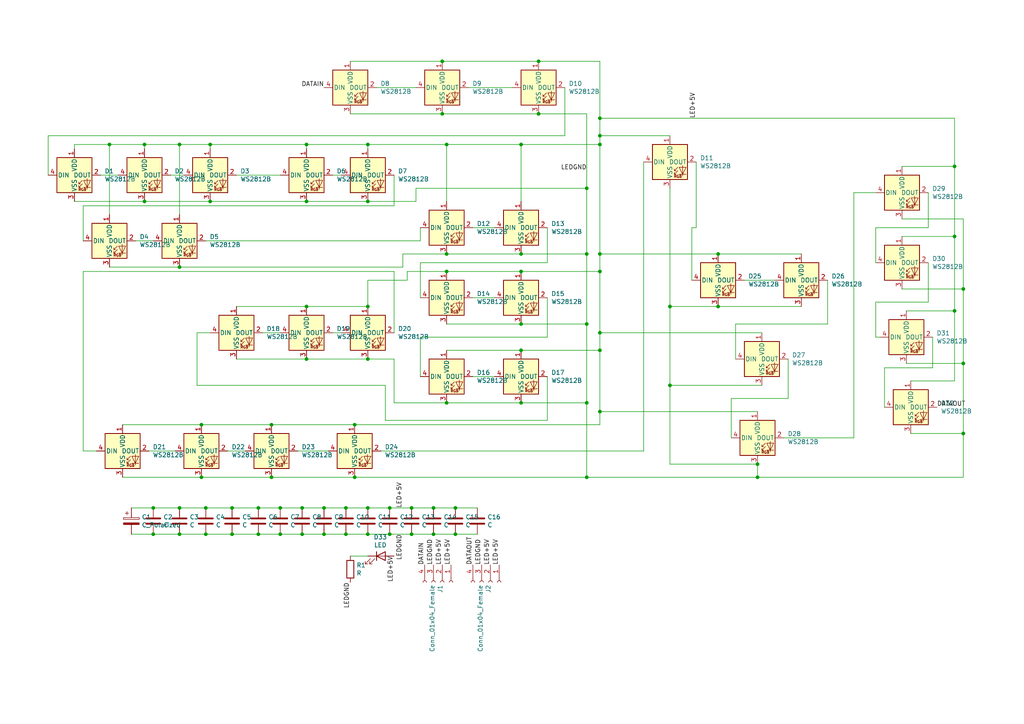
<source format=kicad_sch>
(kicad_sch (version 20211123) (generator eeschema)
  (paper "A4")
  (lib_symbols
    (symbol "Connector:Conn_01x04_Female" (pin_names (offset 1.016) hide)
      (property "Reference" "J" (at 0 5.08 0))
      (property "Value" "Conn_01x04_Female" (at 0 -7.62 0))
      (symbol "Conn_01x04_Female_1_1"
        (arc (start 0 -4.572) (mid -0.508 -5.08) (end 0 -5.588) (stroke (width 0.1524)))
        (arc (start 0 -2.032) (mid -0.508 -2.54) (end 0 -3.048) (stroke (width 0.1524)))
        (polyline (pts (xy -1.27 -5.08) (xy -0.508 -5.08)) (stroke (width 0.1524)))
        (polyline (pts (xy -1.27 -2.54) (xy -0.508 -2.54)) (stroke (width 0.1524)))
        (polyline (pts (xy -1.27 0) (xy -0.508 0)) (stroke (width 0.1524)))
        (polyline (pts (xy -1.27 2.54) (xy -0.508 2.54)) (stroke (width 0.1524)))
        (arc (start 0 0.508) (mid -0.508 0) (end 0 -0.508) (stroke (width 0.1524)))
        (arc (start 0 3.048) (mid -0.508 2.54) (end 0 2.032) (stroke (width 0.1524)))
        (pin passive line (at -5.08 2.54 0) (length 3.81) (name "Pin_1") (number "1"))
        (pin passive line (at -5.08 0 0) (length 3.81) (name "Pin_2") (number "2"))
        (pin passive line (at -5.08 -2.54 0) (length 3.81) (name "Pin_3") (number "3"))
        (pin passive line (at -5.08 -5.08 0) (length 3.81) (name "Pin_4") (number "4"))
      )
    )
    (symbol "Device:C" (pin_numbers hide) (pin_names (offset 0.254))
      (property "Reference" "C" (at 0.635 2.54 0))
      (property "Value" "C" (at 0.635 -2.54 0))
      (symbol "C_0_1"
        (polyline (pts (xy -2.032 -0.762) (xy 2.032 -0.762)) (stroke (width 0.508)))
        (polyline (pts (xy -2.032 0.762) (xy 2.032 0.762)) (stroke (width 0.508)))
      )
      (symbol "C_1_1"
        (pin passive line (at 0 3.81 270) (length 2.794) (name "~") (number "1"))
        (pin passive line (at 0 -3.81 90) (length 2.794) (name "~") (number "2"))
      )
    )
    (symbol "Device:LED" (pin_numbers hide) (pin_names (offset 1.016) hide)
      (property "Reference" "D" (at 0 2.54 0))
      (property "Value" "LED" (at 0 -2.54 0))
      (symbol "LED_0_1"
        (polyline (pts (xy -1.27 -1.27) (xy -1.27 1.27)) (stroke (width 0.254)))
        (polyline (pts (xy -1.27 0) (xy 1.27 0)))
        (polyline (pts (xy 1.27 -1.27) (xy 1.27 1.27) (xy -1.27 0) (xy 1.27 -1.27)) (stroke (width 0.254)))
        (polyline (pts (xy -3.048 -0.762) (xy -4.572 -2.286) (xy -3.81 -2.286) (xy -4.572 -2.286) (xy -4.572 -1.524)))
        (polyline (pts (xy -1.778 -0.762) (xy -3.302 -2.286) (xy -2.54 -2.286) (xy -3.302 -2.286) (xy -3.302 -1.524)))
      )
      (symbol "LED_1_1"
        (pin passive line (at -3.81 0 0) (length 2.54) (name "K") (number "1"))
        (pin passive line (at 3.81 0 180) (length 2.54) (name "A") (number "2"))
      )
    )
    (symbol "Device:R" (pin_numbers hide) (pin_names (offset 0))
      (property "Reference" "R" (at 2.032 0 90))
      (property "Value" "R" (at 0 0 90))
      (symbol "R_0_1"
        (rectangle (start -1.016 -2.54) (end 1.016 2.54) (stroke (width 0.254)))
      )
      (symbol "R_1_1"
        (pin passive line (at 0 3.81 270) (length 1.27) (name "~") (number "1"))
        (pin passive line (at 0 -3.81 90) (length 1.27) (name "~") (number "2"))
      )
    )
    (symbol "Fuel-Panel-PCB-V2-rescue:C_Polarized-Device-Fuel-Panel-PCB-V1-rescue" (pin_numbers hide) (pin_names (offset 0.254))
      (property "Reference" "C" (at 0.635 2.54 0))
      (property "Value" "C_Polarized-Device-Fuel-Panel-PCB-V1-rescue" (at 0.635 -2.54 0))
      (symbol "C_Polarized-Device-Fuel-Panel-PCB-V1-rescue_0_1"
        (rectangle (start -2.286 0.508) (end 2.286 1.016))
        (polyline (pts (xy -1.778 2.286) (xy -0.762 2.286)))
        (polyline (pts (xy -1.27 2.794) (xy -1.27 1.778)))
        (rectangle (start 2.286 -0.508) (end -2.286 -1.016) (fill (type outline)))
      )
      (symbol "C_Polarized-Device-Fuel-Panel-PCB-V1-rescue_1_1"
        (pin passive line (at 0 3.81 270) (length 2.794) (name "~") (number "1"))
        (pin passive line (at 0 -3.81 90) (length 2.794) (name "~") (number "2"))
      )
    )
    (symbol "LED:WS2812B" (pin_names (offset 0.254))
      (property "Reference" "D" (at 5.08 5.715 0))
      (property "Value" "WS2812B" (at 1.27 -5.715 0))
      (symbol "WS2812B_0_0"
        (text "RGB" (at 2.286 -4.191 0) (effects (font (size 0.762 0.762))))
      )
      (symbol "WS2812B_0_1"
        (polyline (pts (xy 1.27 -3.556) (xy 1.778 -3.556)))
        (polyline (pts (xy 1.27 -2.54) (xy 1.778 -2.54)))
        (polyline (pts (xy 4.699 -3.556) (xy 2.667 -3.556)))
        (polyline (pts (xy 2.286 -2.54) (xy 1.27 -3.556) (xy 1.27 -3.048)))
        (polyline (pts (xy 2.286 -1.524) (xy 1.27 -2.54) (xy 1.27 -2.032)))
        (polyline (pts (xy 3.683 -1.016) (xy 3.683 -3.556) (xy 3.683 -4.064)))
        (polyline (pts (xy 4.699 -1.524) (xy 2.667 -1.524) (xy 3.683 -3.556) (xy 4.699 -1.524)))
        (rectangle (start 5.08 5.08) (end -5.08 -5.08) (stroke (width 0.254)) (fill (type background)))
      )
      (symbol "WS2812B_1_1"
        (pin power_in line (at 0 7.62 270) (length 2.54) (name "VDD") (number "1"))
        (pin output line (at 7.62 0 180) (length 2.54) (name "DOUT") (number "2"))
        (pin power_in line (at 0 -7.62 90) (length 2.54) (name "VSS") (number "3"))
        (pin input line (at -7.62 0 0) (length 2.54) (name "DIN") (number "4"))
      )
    )
  )
  (junction (at 60.96 41.91))
  (junction (at 173.99 34.29))
  (junction (at 151.13 93.98))
  (junction (at 151.13 101.6))
  (junction (at 276.86 90.17))
  (junction (at 52.07 154.94))
  (junction (at 128.27 17.78))
  (junction (at 44.45 147.32))
  (junction (at 113.03 154.94))
  (junction (at 170.18 138.43))
  (junction (at 67.31 154.94))
  (junction (at 170.18 54.61))
  (junction (at 102.87 123.19))
  (junction (at 41.91 41.91))
  (junction (at 58.42 138.43))
  (junction (at 219.71 134.62))
  (junction (at 119.38 154.94))
  (junction (at 60.96 58.42))
  (junction (at 173.99 96.52))
  (junction (at 208.28 73.66))
  (junction (at 113.03 147.32))
  (junction (at 59.69 154.94))
  (junction (at 170.18 116.84))
  (junction (at 59.69 147.32))
  (junction (at 170.18 73.66))
  (junction (at 156.21 17.78))
  (junction (at 87.63 147.32))
  (junction (at 81.28 154.94))
  (junction (at 44.45 154.94))
  (junction (at 106.68 58.42))
  (junction (at 279.4 83.82))
  (junction (at 78.74 138.43))
  (junction (at 208.28 88.9))
  (junction (at 93.98 154.94))
  (junction (at 151.13 41.91))
  (junction (at 81.28 147.32))
  (junction (at 52.07 147.32))
  (junction (at 129.54 116.84))
  (junction (at 102.87 138.43))
  (junction (at 173.99 78.74))
  (junction (at 132.08 154.94))
  (junction (at 279.4 125.73))
  (junction (at 194.31 111.76))
  (junction (at 106.68 88.9))
  (junction (at 52.07 77.47))
  (junction (at 88.9 88.9))
  (junction (at 132.08 147.32))
  (junction (at 52.07 41.91))
  (junction (at 173.99 119.38))
  (junction (at 88.9 41.91))
  (junction (at 100.33 154.94))
  (junction (at 106.68 104.14))
  (junction (at 276.86 48.26))
  (junction (at 87.63 154.94))
  (junction (at 41.91 58.42))
  (junction (at 173.99 41.91))
  (junction (at 106.68 147.32))
  (junction (at 74.93 147.32))
  (junction (at 125.73 154.94))
  (junction (at 93.98 147.32))
  (junction (at 106.68 41.91))
  (junction (at 173.99 73.66))
  (junction (at 151.13 116.84))
  (junction (at 276.86 68.58))
  (junction (at 119.38 147.32))
  (junction (at 100.33 147.32))
  (junction (at 129.54 78.74))
  (junction (at 151.13 73.66))
  (junction (at 156.21 33.02))
  (junction (at 88.9 58.42))
  (junction (at 129.54 41.91))
  (junction (at 279.4 105.41))
  (junction (at 173.99 101.6))
  (junction (at 128.27 33.02))
  (junction (at 88.9 104.14))
  (junction (at 106.68 154.94))
  (junction (at 151.13 78.74))
  (junction (at 78.74 123.19))
  (junction (at 67.31 147.32))
  (junction (at 173.99 39.37))
  (junction (at 31.75 41.91))
  (junction (at 194.31 88.9))
  (junction (at 170.18 93.98))
  (junction (at 74.93 154.94))
  (junction (at 129.54 73.66))
  (junction (at 125.73 147.32))
  (junction (at 58.42 123.19))
  (junction (at 219.71 138.43))
  (wire (pts (xy 41.91 43.18) (xy 41.91 41.91)))
  (wire (pts (xy 170.18 54.61) (xy 170.18 73.66)))
  (wire (pts (xy 158.75 66.04) (xy 158.75 76.2)))
  (wire (pts (xy 129.54 73.66) (xy 151.13 73.66)))
  (wire (pts (xy 173.99 96.52) (xy 173.99 101.6)))
  (wire (pts (xy 220.98 96.52) (xy 173.99 96.52)))
  (wire (pts (xy 129.54 41.91) (xy 151.13 41.91)))
  (wire (pts (xy 41.91 41.91) (xy 52.07 41.91)))
  (wire (pts (xy 212.09 115.57) (xy 212.09 127)))
  (wire (pts (xy 106.68 88.9) (xy 106.68 81.28)))
  (wire (pts (xy 67.31 147.32) (xy 74.93 147.32)))
  (wire (pts (xy 279.4 63.5) (xy 279.4 83.82)))
  (wire (pts (xy 276.86 34.29) (xy 276.86 48.26)))
  (wire (pts (xy 276.86 34.29) (xy 173.99 34.29)))
  (wire (pts (xy 100.33 147.32) (xy 106.68 147.32)))
  (wire (pts (xy 74.93 147.32) (xy 81.28 147.32)))
  (wire (pts (xy 262.89 105.41) (xy 279.4 105.41)))
  (wire (pts (xy 76.2 96.52) (xy 81.28 96.52)))
  (wire (pts (xy 86.36 130.81) (xy 95.25 130.81)))
  (wire (pts (xy 88.9 43.18) (xy 88.9 41.91)))
  (wire (pts (xy 170.18 73.66) (xy 170.18 93.98)))
  (wire (pts (xy 276.86 90.17) (xy 276.86 110.49)))
  (wire (pts (xy 264.16 125.73) (xy 279.4 125.73)))
  (wire (pts (xy 194.31 39.37) (xy 173.99 39.37)))
  (wire (pts (xy 200.66 66.04) (xy 200.66 81.28)))
  (wire (pts (xy 114.3 59.69) (xy 114.3 50.8)))
  (wire (pts (xy 129.54 116.84) (xy 151.13 116.84)))
  (wire (pts (xy 151.13 93.98) (xy 170.18 93.98)))
  (wire (pts (xy 78.74 138.43) (xy 102.87 138.43)))
  (wire (pts (xy 60.96 43.18) (xy 60.96 41.91)))
  (wire (pts (xy 151.13 41.91) (xy 173.99 41.91)))
  (wire (pts (xy 261.62 83.82) (xy 279.4 83.82)))
  (wire (pts (xy 137.16 86.36) (xy 143.51 86.36)))
  (wire (pts (xy 261.62 63.5) (xy 279.4 63.5)))
  (wire (pts (xy 151.13 101.6) (xy 173.99 101.6)))
  (wire (pts (xy 116.84 73.66) (xy 129.54 73.66)))
  (wire (pts (xy 38.1 154.94) (xy 44.45 154.94)))
  (wire (pts (xy 66.04 130.81) (xy 71.12 130.81)))
  (wire (pts (xy 194.31 88.9) (xy 194.31 111.76)))
  (wire (pts (xy 269.24 87.63) (xy 254 87.63)))
  (wire (pts (xy 39.37 69.85) (xy 44.45 69.85)))
  (wire (pts (xy 219.71 134.62) (xy 194.31 134.62)))
  (wire (pts (xy 163.83 39.37) (xy 13.97 39.37)))
  (wire (pts (xy 52.07 77.47) (xy 116.84 77.47)))
  (wire (pts (xy 96.52 96.52) (xy 99.06 96.52)))
  (wire (pts (xy 173.99 119.38) (xy 173.99 123.19)))
  (wire (pts (xy 68.58 88.9) (xy 88.9 88.9)))
  (wire (pts (xy 132.08 154.94) (xy 138.43 154.94)))
  (wire (pts (xy 137.16 66.04) (xy 143.51 66.04)))
  (wire (pts (xy 49.53 50.8) (xy 53.34 50.8)))
  (wire (pts (xy 158.75 86.36) (xy 158.75 97.79)))
  (wire (pts (xy 240.03 81.28) (xy 240.03 93.98)))
  (wire (pts (xy 173.99 39.37) (xy 173.99 41.91)))
  (wire (pts (xy 201.93 66.04) (xy 200.66 66.04)))
  (wire (pts (xy 52.07 62.23) (xy 52.07 41.91)))
  (wire (pts (xy 106.68 43.18) (xy 106.68 41.91)))
  (wire (pts (xy 247.65 55.88) (xy 254 55.88)))
  (wire (pts (xy 119.38 147.32) (xy 125.73 147.32)))
  (wire (pts (xy 213.36 93.98) (xy 213.36 104.14)))
  (wire (pts (xy 101.6 17.78) (xy 128.27 17.78)))
  (wire (pts (xy 128.27 17.78) (xy 156.21 17.78)))
  (wire (pts (xy 269.24 66.04) (xy 254 66.04)))
  (wire (pts (xy 156.21 33.02) (xy 170.18 33.02)))
  (wire (pts (xy 59.69 147.32) (xy 67.31 147.32)))
  (wire (pts (xy 29.21 50.8) (xy 34.29 50.8)))
  (wire (pts (xy 106.68 41.91) (xy 129.54 41.91)))
  (wire (pts (xy 114.3 116.84) (xy 129.54 116.84)))
  (wire (pts (xy 125.73 154.94) (xy 132.08 154.94)))
  (wire (pts (xy 173.99 34.29) (xy 173.99 39.37)))
  (wire (pts (xy 68.58 104.14) (xy 88.9 104.14)))
  (wire (pts (xy 41.91 58.42) (xy 60.96 58.42)))
  (wire (pts (xy 87.63 154.94) (xy 93.98 154.94)))
  (wire (pts (xy 129.54 58.42) (xy 129.54 41.91)))
  (wire (pts (xy 132.08 147.32) (xy 138.43 147.32)))
  (wire (pts (xy 58.42 138.43) (xy 78.74 138.43)))
  (wire (pts (xy 68.58 50.8) (xy 81.28 50.8)))
  (wire (pts (xy 118.11 81.28) (xy 118.11 78.74)))
  (wire (pts (xy 121.92 69.85) (xy 121.92 66.04)))
  (wire (pts (xy 88.9 88.9) (xy 106.68 88.9)))
  (wire (pts (xy 129.54 78.74) (xy 151.13 78.74)))
  (wire (pts (xy 24.13 59.69) (xy 24.13 69.85)))
  (wire (pts (xy 88.9 58.42) (xy 106.68 58.42)))
  (wire (pts (xy 227.33 127) (xy 247.65 127)))
  (wire (pts (xy 119.38 154.94) (xy 125.73 154.94)))
  (wire (pts (xy 170.18 33.02) (xy 170.18 54.61)))
  (wire (pts (xy 228.6 104.14) (xy 228.6 115.57)))
  (wire (pts (xy 219.71 134.62) (xy 219.71 138.43)))
  (wire (pts (xy 208.28 73.66) (xy 173.99 73.66)))
  (wire (pts (xy 113.03 147.32) (xy 119.38 147.32)))
  (wire (pts (xy 151.13 73.66) (xy 170.18 73.66)))
  (wire (pts (xy 111.76 111.76) (xy 57.15 111.76)))
  (wire (pts (xy 247.65 127) (xy 247.65 55.88)))
  (wire (pts (xy 125.73 147.32) (xy 132.08 147.32)))
  (wire (pts (xy 31.75 77.47) (xy 52.07 77.47)))
  (wire (pts (xy 118.11 78.74) (xy 129.54 78.74)))
  (wire (pts (xy 106.68 161.29) (xy 101.6 161.29)))
  (wire (pts (xy 135.89 25.4) (xy 148.59 25.4)))
  (wire (pts (xy 58.42 123.19) (xy 78.74 123.19)))
  (wire (pts (xy 114.3 104.14) (xy 114.3 116.84)))
  (wire (pts (xy 24.13 59.69) (xy 114.3 59.69)))
  (wire (pts (xy 170.18 116.84) (xy 170.18 138.43)))
  (wire (pts (xy 156.21 17.78) (xy 173.99 17.78)))
  (wire (pts (xy 102.87 138.43) (xy 170.18 138.43)))
  (wire (pts (xy 116.84 77.47) (xy 116.84 73.66)))
  (wire (pts (xy 151.13 116.84) (xy 170.18 116.84)))
  (wire (pts (xy 21.59 58.42) (xy 41.91 58.42)))
  (wire (pts (xy 59.69 154.94) (xy 67.31 154.94)))
  (wire (pts (xy 88.9 104.14) (xy 106.68 104.14)))
  (wire (pts (xy 78.74 123.19) (xy 102.87 123.19)))
  (wire (pts (xy 57.15 111.76) (xy 57.15 96.52)))
  (wire (pts (xy 173.99 73.66) (xy 173.99 78.74)))
  (wire (pts (xy 279.4 125.73) (xy 279.4 138.43)))
  (wire (pts (xy 96.52 50.8) (xy 99.06 50.8)))
  (wire (pts (xy 262.89 90.17) (xy 276.86 90.17)))
  (wire (pts (xy 173.99 78.74) (xy 173.99 96.52)))
  (wire (pts (xy 215.9 81.28) (xy 224.79 81.28)))
  (wire (pts (xy 35.56 123.19) (xy 58.42 123.19)))
  (wire (pts (xy 279.4 83.82) (xy 279.4 105.41)))
  (wire (pts (xy 109.22 25.4) (xy 120.65 25.4)))
  (wire (pts (xy 219.71 138.43) (xy 170.18 138.43)))
  (wire (pts (xy 170.18 93.98) (xy 170.18 116.84)))
  (wire (pts (xy 106.68 58.42) (xy 120.65 58.42)))
  (wire (pts (xy 158.75 121.92) (xy 111.76 121.92)))
  (wire (pts (xy 137.16 109.22) (xy 143.51 109.22)))
  (wire (pts (xy 270.51 97.79) (xy 270.51 106.68)))
  (wire (pts (xy 21.59 41.91) (xy 21.59 43.18)))
  (wire (pts (xy 102.87 123.19) (xy 173.99 123.19)))
  (wire (pts (xy 106.68 147.32) (xy 113.03 147.32)))
  (wire (pts (xy 35.56 138.43) (xy 58.42 138.43)))
  (wire (pts (xy 52.07 147.32) (xy 59.69 147.32)))
  (wire (pts (xy 173.99 41.91) (xy 173.99 73.66)))
  (wire (pts (xy 52.07 154.94) (xy 59.69 154.94)))
  (wire (pts (xy 219.71 119.38) (xy 173.99 119.38)))
  (wire (pts (xy 81.28 154.94) (xy 87.63 154.94)))
  (wire (pts (xy 173.99 101.6) (xy 173.99 119.38)))
  (wire (pts (xy 120.65 58.42) (xy 120.65 54.61)))
  (wire (pts (xy 232.41 88.9) (xy 208.28 88.9)))
  (wire (pts (xy 254 87.63) (xy 254 97.79)))
  (wire (pts (xy 88.9 41.91) (xy 106.68 41.91)))
  (wire (pts (xy 31.75 41.91) (xy 41.91 41.91)))
  (wire (pts (xy 101.6 33.02) (xy 128.27 33.02)))
  (wire (pts (xy 43.18 130.81) (xy 50.8 130.81)))
  (wire (pts (xy 269.24 76.2) (xy 269.24 87.63)))
  (wire (pts (xy 151.13 58.42) (xy 151.13 41.91)))
  (wire (pts (xy 60.96 41.91) (xy 88.9 41.91)))
  (wire (pts (xy 129.54 101.6) (xy 151.13 101.6)))
  (wire (pts (xy 158.75 109.22) (xy 158.75 121.92)))
  (wire (pts (xy 44.45 147.32) (xy 52.07 147.32)))
  (wire (pts (xy 21.59 41.91) (xy 31.75 41.91)))
  (wire (pts (xy 269.24 55.88) (xy 269.24 66.04)))
  (wire (pts (xy 24.13 78.74) (xy 114.3 78.74)))
  (wire (pts (xy 31.75 62.23) (xy 31.75 41.91)))
  (wire (pts (xy 254 97.79) (xy 255.27 97.79)))
  (wire (pts (xy 44.45 154.94) (xy 52.07 154.94)))
  (wire (pts (xy 254 66.04) (xy 254 76.2)))
  (wire (pts (xy 106.68 154.94) (xy 113.03 154.94)))
  (wire (pts (xy 256.54 106.68) (xy 256.54 118.11)))
  (wire (pts (xy 110.49 130.81) (xy 186.69 130.81)))
  (wire (pts (xy 173.99 17.78) (xy 173.99 34.29)))
  (wire (pts (xy 111.76 121.92) (xy 111.76 111.76)))
  (wire (pts (xy 57.15 96.52) (xy 60.96 96.52)))
  (wire (pts (xy 261.62 68.58) (xy 276.86 68.58)))
  (wire (pts (xy 24.13 78.74) (xy 24.13 130.81)))
  (wire (pts (xy 120.65 54.61) (xy 170.18 54.61)))
  (wire (pts (xy 194.31 54.61) (xy 194.31 88.9)))
  (wire (pts (xy 121.92 97.79) (xy 121.92 109.22)))
  (wire (pts (xy 129.54 93.98) (xy 151.13 93.98)))
  (wire (pts (xy 100.33 154.94) (xy 106.68 154.94)))
  (wire (pts (xy 52.07 41.91) (xy 60.96 41.91)))
  (wire (pts (xy 208.28 88.9) (xy 194.31 88.9)))
  (wire (pts (xy 44.45 147.32) (xy 38.1 147.32)))
  (wire (pts (xy 279.4 138.43) (xy 219.71 138.43)))
  (wire (pts (xy 24.13 130.81) (xy 27.94 130.81)))
  (wire (pts (xy 220.98 111.76) (xy 194.31 111.76)))
  (wire (pts (xy 87.63 147.32) (xy 93.98 147.32)))
  (wire (pts (xy 106.68 104.14) (xy 114.3 104.14)))
  (wire (pts (xy 151.13 78.74) (xy 173.99 78.74)))
  (wire (pts (xy 228.6 115.57) (xy 212.09 115.57)))
  (wire (pts (xy 81.28 147.32) (xy 87.63 147.32)))
  (wire (pts (xy 13.97 39.37) (xy 13.97 50.8)))
  (wire (pts (xy 113.03 154.94) (xy 119.38 154.94)))
  (wire (pts (xy 74.93 154.94) (xy 81.28 154.94)))
  (wire (pts (xy 186.69 130.81) (xy 186.69 46.99)))
  (wire (pts (xy 264.16 110.49) (xy 276.86 110.49)))
  (wire (pts (xy 128.27 33.02) (xy 156.21 33.02)))
  (wire (pts (xy 270.51 106.68) (xy 256.54 106.68)))
  (wire (pts (xy 93.98 147.32) (xy 100.33 147.32)))
  (wire (pts (xy 114.3 96.52) (xy 114.3 78.74)))
  (wire (pts (xy 106.68 81.28) (xy 118.11 81.28)))
  (wire (pts (xy 60.96 58.42) (xy 88.9 58.42)))
  (wire (pts (xy 121.92 76.2) (xy 121.92 86.36)))
  (wire (pts (xy 276.86 68.58) (xy 276.86 90.17)))
  (wire (pts (xy 158.75 76.2) (xy 121.92 76.2)))
  (wire (pts (xy 59.69 69.85) (xy 121.92 69.85)))
  (wire (pts (xy 67.31 154.94) (xy 74.93 154.94)))
  (wire (pts (xy 240.03 93.98) (xy 213.36 93.98)))
  (wire (pts (xy 276.86 48.26) (xy 276.86 68.58)))
  (wire (pts (xy 279.4 105.41) (xy 279.4 125.73)))
  (wire (pts (xy 163.83 25.4) (xy 163.83 39.37)))
  (wire (pts (xy 201.93 46.99) (xy 201.93 66.04)))
  (wire (pts (xy 93.98 154.94) (xy 100.33 154.94)))
  (wire (pts (xy 232.41 73.66) (xy 208.28 73.66)))
  (wire (pts (xy 261.62 48.26) (xy 276.86 48.26)))
  (wire (pts (xy 194.31 111.76) (xy 194.31 134.62)))
  (wire (pts (xy 158.75 97.79) (xy 121.92 97.79)))
  (label "LED+5V" (at 130.81 163.83 90))
  (label "DATAIN" (at 123.19 163.83 90))
  (label "LEDGND" (at 170.18 49.53 180))
  (label "DATAOUT" (at 271.78 118.11 0))
  (label "LED+5V" (at 201.93 34.29 90))
  (label "LED+5V" (at 114.3 161.29 270))
  (label "LEDGND" (at 101.6 168.91 270))
  (label "DATAIN" (at 93.98 25.4 180))
  (label "LED+5V" (at 142.24 163.83 90))
  (label "LED+5V" (at 144.78 163.83 90))
  (label "LED+5V" (at 128.27 163.83 90))
  (label "LEDGND" (at 139.7 163.83 90))
  (label "LED+5V" (at 116.84 147.32 90))
  (label "DATAOUT" (at 137.16 163.83 90))
  (label "LEDGND" (at 116.84 154.94 270))
  (label "LEDGND" (at 125.73 163.83 90))
  (symbol (lib_id "LED:WS2812B") (at 101.6 25.4 0) (unit 1)
    (property "Reference" "D8" (at 110.3376 24.2316 0) (effects (justify left)))
    (property "Value" "WS2812B" (at 110.3376 26.543 0) (effects (justify left)))
    (property "Footprint" "OH_Footprints:LED_WS2812B_PLCC4_5.0x5.0mm_P3.2mm" (effects hide))
    (property "Datasheet" "https://cdn-shop.adafruit.com/datasheets/WS2812B.pdf" (effects hide))
  )
  (symbol (lib_id "LED:WS2812B") (at 128.27 25.4 0) (unit 1)
    (property "Reference" "D9" (at 137.0076 24.2316 0) (effects (justify left)))
    (property "Value" "WS2812B" (at 137.0076 26.543 0) (effects (justify left)))
    (property "Footprint" "OH_Footprints:LED_WS2812B_PLCC4_5.0x5.0mm_P3.2mm" (effects hide))
    (property "Datasheet" "https://cdn-shop.adafruit.com/datasheets/WS2812B.pdf" (effects hide))
  )
  (symbol (lib_id "LED:WS2812B") (at 156.21 25.4 0) (unit 1)
    (property "Reference" "D10" (at 164.9476 24.2316 0) (effects (justify left)))
    (property "Value" "WS2812B" (at 164.9476 26.543 0) (effects (justify left)))
    (property "Footprint" "OH_Footprints:LED_WS2812B_PLCC4_5.0x5.0mm_P3.2mm" (effects hide))
    (property "Datasheet" "https://cdn-shop.adafruit.com/datasheets/WS2812B.pdf" (effects hide))
  )
  (symbol (lib_id "LED:WS2812B") (at 88.9 50.8 0) (unit 1)
    (property "Reference" "D6" (at 97.6376 49.6316 0) (effects (justify left)))
    (property "Value" "WS2812B" (at 97.6376 51.943 0) (effects (justify left)))
    (property "Footprint" "OH_Footprints:LED_WS2812B_PLCC4_5.0x5.0mm_P3.2mm" (effects hide))
    (property "Datasheet" "https://cdn-shop.adafruit.com/datasheets/WS2812B.pdf" (effects hide))
  )
  (symbol (lib_id "LED:WS2812B") (at 106.68 50.8 0) (unit 1)
    (property "Reference" "D7" (at 115.4176 49.6316 0) (effects (justify left)))
    (property "Value" "WS2812B" (at 115.4176 51.943 0) (effects (justify left)))
    (property "Footprint" "OH_Footprints:LED_WS2812B_PLCC4_5.0x5.0mm_P3.2mm" (effects hide))
    (property "Datasheet" "https://cdn-shop.adafruit.com/datasheets/WS2812B.pdf" (effects hide))
  )
  (symbol (lib_id "LED:WS2812B") (at 194.31 46.99 0) (unit 1)
    (property "Reference" "D11" (at 203.0476 45.8216 0) (effects (justify left)))
    (property "Value" "WS2812B" (at 203.0476 48.133 0) (effects (justify left)))
    (property "Footprint" "OH_Footprints:LED_WS2812B_PLCC4_5.0x5.0mm_P3.2mm" (effects hide))
    (property "Datasheet" "https://cdn-shop.adafruit.com/datasheets/WS2812B.pdf" (effects hide))
  )
  (symbol (lib_id "LED:WS2812B") (at 129.54 66.04 0) (unit 1)
    (property "Reference" "D12" (at 138.2776 64.8716 0) (effects (justify left)))
    (property "Value" "WS2812B" (at 138.2776 67.183 0) (effects (justify left)))
    (property "Footprint" "OH_Footprints:LED_WS2812B_PLCC4_5.0x5.0mm_P3.2mm" (effects hide))
    (property "Datasheet" "https://cdn-shop.adafruit.com/datasheets/WS2812B.pdf" (effects hide))
  )
  (symbol (lib_id "LED:WS2812B") (at 151.13 66.04 0) (unit 1)
    (property "Reference" "D13" (at 159.8676 64.8716 0) (effects (justify left)))
    (property "Value" "WS2812B" (at 159.8676 67.183 0) (effects (justify left)))
    (property "Footprint" "OH_Footprints:LED_WS2812B_PLCC4_5.0x5.0mm_P3.2mm" (effects hide))
    (property "Datasheet" "https://cdn-shop.adafruit.com/datasheets/WS2812B.pdf" (effects hide))
  )
  (symbol (lib_id "LED:WS2812B") (at 129.54 86.36 0) (unit 1)
    (property "Reference" "D14" (at 138.2776 85.1916 0) (effects (justify left)))
    (property "Value" "WS2812B" (at 138.2776 87.503 0) (effects (justify left)))
    (property "Footprint" "OH_Footprints:LED_WS2812B_PLCC4_5.0x5.0mm_P3.2mm" (effects hide))
    (property "Datasheet" "https://cdn-shop.adafruit.com/datasheets/WS2812B.pdf" (effects hide))
  )
  (symbol (lib_id "LED:WS2812B") (at 151.13 86.36 0) (unit 1)
    (property "Reference" "D15" (at 159.8676 85.1916 0) (effects (justify left)))
    (property "Value" "WS2812B" (at 159.8676 87.503 0) (effects (justify left)))
    (property "Footprint" "OH_Footprints:LED_WS2812B_PLCC4_5.0x5.0mm_P3.2mm" (effects hide))
    (property "Datasheet" "https://cdn-shop.adafruit.com/datasheets/WS2812B.pdf" (effects hide))
  )
  (symbol (lib_id "LED:WS2812B") (at 129.54 109.22 0) (unit 1)
    (property "Reference" "D16" (at 138.2776 108.0516 0) (effects (justify left)))
    (property "Value" "WS2812B" (at 138.2776 110.363 0) (effects (justify left)))
    (property "Footprint" "OH_Footprints:LED_WS2812B_PLCC4_5.0x5.0mm_P3.2mm" (effects hide))
    (property "Datasheet" "https://cdn-shop.adafruit.com/datasheets/WS2812B.pdf" (effects hide))
  )
  (symbol (lib_id "LED:WS2812B") (at 151.13 109.22 0) (unit 1)
    (property "Reference" "D17" (at 159.8676 108.0516 0) (effects (justify left)))
    (property "Value" "WS2812B" (at 159.8676 110.363 0) (effects (justify left)))
    (property "Footprint" "OH_Footprints:LED_WS2812B_PLCC4_5.0x5.0mm_P3.2mm" (effects hide))
    (property "Datasheet" "https://cdn-shop.adafruit.com/datasheets/WS2812B.pdf" (effects hide))
  )
  (symbol (lib_id "LED:WS2812B") (at 21.59 50.8 0) (unit 1)
    (property "Reference" "D1" (at 30.3276 49.6316 0) (effects (justify left)))
    (property "Value" "WS2812B" (at 30.3276 51.943 0) (effects (justify left)))
    (property "Footprint" "OH_Footprints:LED_WS2812B_PLCC4_5.0x5.0mm_P3.2mm" (effects hide))
    (property "Datasheet" "https://cdn-shop.adafruit.com/datasheets/WS2812B.pdf" (effects hide))
  )
  (symbol (lib_id "LED:WS2812B") (at 41.91 50.8 0) (unit 1)
    (property "Reference" "D2" (at 50.6476 49.6316 0) (effects (justify left)))
    (property "Value" "WS2812B" (at 50.6476 51.943 0) (effects (justify left)))
    (property "Footprint" "OH_Footprints:LED_WS2812B_PLCC4_5.0x5.0mm_P3.2mm" (effects hide))
    (property "Datasheet" "https://cdn-shop.adafruit.com/datasheets/WS2812B.pdf" (effects hide))
  )
  (symbol (lib_id "LED:WS2812B") (at 60.96 50.8 0) (unit 1)
    (property "Reference" "D3" (at 69.6976 49.6316 0) (effects (justify left)))
    (property "Value" "WS2812B" (at 69.6976 51.943 0) (effects (justify left)))
    (property "Footprint" "OH_Footprints:LED_WS2812B_PLCC4_5.0x5.0mm_P3.2mm" (effects hide))
    (property "Datasheet" "https://cdn-shop.adafruit.com/datasheets/WS2812B.pdf" (effects hide))
  )
  (symbol (lib_id "LED:WS2812B") (at 31.75 69.85 0) (unit 1)
    (property "Reference" "D4" (at 40.4876 68.6816 0) (effects (justify left)))
    (property "Value" "WS2812B" (at 40.4876 70.993 0) (effects (justify left)))
    (property "Footprint" "OH_Footprints:LED_WS2812B_PLCC4_5.0x5.0mm_P3.2mm" (effects hide))
    (property "Datasheet" "https://cdn-shop.adafruit.com/datasheets/WS2812B.pdf" (effects hide))
  )
  (symbol (lib_id "LED:WS2812B") (at 52.07 69.85 0) (unit 1)
    (property "Reference" "D5" (at 60.8076 68.6816 0) (effects (justify left)))
    (property "Value" "WS2812B" (at 60.8076 70.993 0) (effects (justify left)))
    (property "Footprint" "OH_Footprints:LED_WS2812B_PLCC4_5.0x5.0mm_P3.2mm" (effects hide))
    (property "Datasheet" "https://cdn-shop.adafruit.com/datasheets/WS2812B.pdf" (effects hide))
  )
  (symbol (lib_id "LED:WS2812B") (at 35.56 130.81 0) (unit 1)
    (property "Reference" "D21" (at 44.2976 129.6416 0) (effects (justify left)))
    (property "Value" "WS2812B" (at 44.2976 131.953 0) (effects (justify left)))
    (property "Footprint" "OH_Footprints:LED_WS2812B_PLCC4_5.0x5.0mm_P3.2mm" (effects hide))
    (property "Datasheet" "https://cdn-shop.adafruit.com/datasheets/WS2812B.pdf" (effects hide))
  )
  (symbol (lib_id "LED:WS2812B") (at 58.42 130.81 0) (unit 1)
    (property "Reference" "D22" (at 67.1576 129.6416 0) (effects (justify left)))
    (property "Value" "WS2812B" (at 67.1576 131.953 0) (effects (justify left)))
    (property "Footprint" "OH_Footprints:LED_WS2812B_PLCC4_5.0x5.0mm_P3.2mm" (effects hide))
    (property "Datasheet" "https://cdn-shop.adafruit.com/datasheets/WS2812B.pdf" (effects hide))
  )
  (symbol (lib_id "LED:WS2812B") (at 78.74 130.81 0) (unit 1)
    (property "Reference" "D23" (at 87.4776 129.6416 0) (effects (justify left)))
    (property "Value" "WS2812B" (at 87.4776 131.953 0) (effects (justify left)))
    (property "Footprint" "OH_Footprints:LED_WS2812B_PLCC4_5.0x5.0mm_P3.2mm" (effects hide))
    (property "Datasheet" "https://cdn-shop.adafruit.com/datasheets/WS2812B.pdf" (effects hide))
  )
  (symbol (lib_id "LED:WS2812B") (at 102.87 130.81 0) (unit 1)
    (property "Reference" "D24" (at 111.6076 129.6416 0) (effects (justify left)))
    (property "Value" "WS2812B" (at 111.6076 131.953 0) (effects (justify left)))
    (property "Footprint" "OH_Footprints:LED_WS2812B_PLCC4_5.0x5.0mm_P3.2mm" (effects hide))
    (property "Datasheet" "https://cdn-shop.adafruit.com/datasheets/WS2812B.pdf" (effects hide))
  )
  (symbol (lib_id "LED:WS2812B") (at 68.58 96.52 0) (unit 1)
    (property "Reference" "D18" (at 77.3176 95.3516 0) (effects (justify left)))
    (property "Value" "WS2812B" (at 77.3176 97.663 0) (effects (justify left)))
    (property "Footprint" "OH_Footprints:LED_WS2812B_PLCC4_5.0x5.0mm_P3.2mm" (effects hide))
    (property "Datasheet" "https://cdn-shop.adafruit.com/datasheets/WS2812B.pdf" (effects hide))
  )
  (symbol (lib_id "LED:WS2812B") (at 88.9 96.52 0) (unit 1)
    (property "Reference" "D19" (at 97.6376 95.3516 0) (effects (justify left)))
    (property "Value" "WS2812B" (at 97.6376 97.663 0) (effects (justify left)))
    (property "Footprint" "OH_Footprints:LED_WS2812B_PLCC4_5.0x5.0mm_P3.2mm" (effects hide))
    (property "Datasheet" "https://cdn-shop.adafruit.com/datasheets/WS2812B.pdf" (effects hide))
  )
  (symbol (lib_id "LED:WS2812B") (at 106.68 96.52 0) (unit 1)
    (property "Reference" "D20" (at 115.4176 95.3516 0) (effects (justify left)))
    (property "Value" "WS2812B" (at 115.4176 97.663 0) (effects (justify left)))
    (property "Footprint" "OH_Footprints:LED_WS2812B_PLCC4_5.0x5.0mm_P3.2mm" (effects hide))
    (property "Datasheet" "https://cdn-shop.adafruit.com/datasheets/WS2812B.pdf" (effects hide))
  )
  (symbol (lib_id "LED:WS2812B") (at 208.28 81.28 0) (unit 1)
    (property "Reference" "D25" (at 217.0176 80.1116 0) (effects (justify left)))
    (property "Value" "WS2812B" (at 217.0176 82.423 0) (effects (justify left)))
    (property "Footprint" "OH_Footprints:LED_WS2812B_PLCC4_5.0x5.0mm_P3.2mm" (effects hide))
    (property "Datasheet" "https://cdn-shop.adafruit.com/datasheets/WS2812B.pdf" (effects hide))
  )
  (symbol (lib_id "LED:WS2812B") (at 232.41 81.28 0) (unit 1)
    (property "Reference" "D26" (at 241.1476 80.1116 0) (effects (justify left)))
    (property "Value" "WS2812B" (at 241.1476 82.423 0) (effects (justify left)))
    (property "Footprint" "OH_Footprints:LED_WS2812B_PLCC4_5.0x5.0mm_P3.2mm" (effects hide))
    (property "Datasheet" "https://cdn-shop.adafruit.com/datasheets/WS2812B.pdf" (effects hide))
  )
  (symbol (lib_id "LED:WS2812B") (at 220.98 104.14 0) (unit 1)
    (property "Reference" "D27" (at 229.7176 102.9716 0) (effects (justify left)))
    (property "Value" "WS2812B" (at 229.7176 105.283 0) (effects (justify left)))
    (property "Footprint" "OH_Footprints:LED_WS2812B_PLCC4_5.0x5.0mm_P3.2mm" (effects hide))
    (property "Datasheet" "https://cdn-shop.adafruit.com/datasheets/WS2812B.pdf" (effects hide))
  )
  (symbol (lib_id "LED:WS2812B") (at 219.71 127 0) (unit 1)
    (property "Reference" "D28" (at 228.4476 125.8316 0) (effects (justify left)))
    (property "Value" "WS2812B" (at 228.4476 128.143 0) (effects (justify left)))
    (property "Footprint" "OH_Footprints:LED_WS2812B_PLCC4_5.0x5.0mm_P3.2mm" (effects hide))
    (property "Datasheet" "https://cdn-shop.adafruit.com/datasheets/WS2812B.pdf" (effects hide))
  )
  (symbol (lib_id "LED:WS2812B") (at 261.62 55.88 0) (unit 1)
    (property "Reference" "D29" (at 270.3576 54.7116 0) (effects (justify left)))
    (property "Value" "WS2812B" (at 270.3576 57.023 0) (effects (justify left)))
    (property "Footprint" "OH_Footprints:LED_WS2812B_PLCC4_5.0x5.0mm_P3.2mm" (effects hide))
    (property "Datasheet" "https://cdn-shop.adafruit.com/datasheets/WS2812B.pdf" (effects hide))
  )
  (symbol (lib_id "LED:WS2812B") (at 261.62 76.2 0) (unit 1)
    (property "Reference" "D30" (at 270.3576 75.0316 0) (effects (justify left)))
    (property "Value" "WS2812B" (at 270.3576 77.343 0) (effects (justify left)))
    (property "Footprint" "OH_Footprints:LED_WS2812B_PLCC4_5.0x5.0mm_P3.2mm" (effects hide))
    (property "Datasheet" "https://cdn-shop.adafruit.com/datasheets/WS2812B.pdf" (effects hide))
  )
  (symbol (lib_id "LED:WS2812B") (at 262.89 97.79 0) (unit 1)
    (property "Reference" "D31" (at 271.6276 96.6216 0) (effects (justify left)))
    (property "Value" "WS2812B" (at 271.6276 98.933 0) (effects (justify left)))
    (property "Footprint" "OH_Footprints:LED_WS2812B_PLCC4_5.0x5.0mm_P3.2mm" (effects hide))
    (property "Datasheet" "https://cdn-shop.adafruit.com/datasheets/WS2812B.pdf" (effects hide))
  )
  (symbol (lib_id "LED:WS2812B") (at 264.16 118.11 0) (unit 1)
    (property "Reference" "D32" (at 272.8976 116.9416 0) (effects (justify left)))
    (property "Value" "WS2812B" (at 272.8976 119.253 0) (effects (justify left)))
    (property "Footprint" "OH_Footprints:LED_WS2812B_PLCC4_5.0x5.0mm_P3.2mm" (effects hide))
    (property "Datasheet" "https://cdn-shop.adafruit.com/datasheets/WS2812B.pdf" (effects hide))
  )
  (symbol (lib_id "Device:LED") (at 110.49 161.29 0) (unit 1)
    (property "Reference" "D33" (at 110.3122 155.7782 0))
    (property "Value" "LED" (at 110.3122 158.0896 0))
    (property "Footprint" "OH_Footprints:LED_D3.0mm" (effects hide))
  )
  (symbol (lib_id "Device:C") (at 44.45 151.13 0) (unit 1)
    (property "Reference" "C2" (at 47.371 149.9616 0) (effects (justify left)))
    (property "Value" "C" (at 47.371 152.273 0) (effects (justify left)))
    (property "Footprint" "OH_Footprints:C_0603_1608Metric" (effects hide))
  )
  (symbol (lib_id "Device:R") (at 101.6 165.1 0) (unit 1)
    (property "Reference" "R1" (at 103.378 163.9316 0) (effects (justify left)))
    (property "Value" "R" (at 103.378 166.243 0) (effects (justify left)))
    (property "Footprint" "OH_Footprints:R_0603_1608Metric" (effects hide))
  )
  (symbol (lib_id "Device:C") (at 52.07 151.13 0) (unit 1)
    (property "Reference" "C3" (at 54.991 149.9616 0) (effects (justify left)))
    (property "Value" "C" (at 54.991 152.273 0) (effects (justify left)))
    (property "Footprint" "OH_Footprints:C_0603_1608Metric" (effects hide))
  )
  (symbol (lib_id "Device:C") (at 59.69 151.13 0) (unit 1)
    (property "Reference" "C4" (at 62.611 149.9616 0) (effects (justify left)))
    (property "Value" "C" (at 62.611 152.273 0) (effects (justify left)))
    (property "Footprint" "OH_Footprints:C_0603_1608Metric" (effects hide))
  )
  (symbol (lib_id "Device:C") (at 67.31 151.13 0) (unit 1)
    (property "Reference" "C5" (at 70.231 149.9616 0) (effects (justify left)))
    (property "Value" "C" (at 70.231 152.273 0) (effects (justify left)))
    (property "Footprint" "OH_Footprints:C_0603_1608Metric" (effects hide))
  )
  (symbol (lib_id "Device:C") (at 74.93 151.13 0) (unit 1)
    (property "Reference" "C6" (at 77.851 149.9616 0) (effects (justify left)))
    (property "Value" "C" (at 77.851 152.273 0) (effects (justify left)))
    (property "Footprint" "OH_Footprints:C_0603_1608Metric" (effects hide))
  )
  (symbol (lib_id "Device:C") (at 81.28 151.13 0) (unit 1)
    (property "Reference" "C7" (at 84.201 149.9616 0) (effects (justify left)))
    (property "Value" "C" (at 84.201 152.273 0) (effects (justify left)))
    (property "Footprint" "OH_Footprints:C_0603_1608Metric" (effects hide))
  )
  (symbol (lib_id "Device:C") (at 87.63 151.13 0) (unit 1)
    (property "Reference" "C8" (at 90.551 149.9616 0) (effects (justify left)))
    (property "Value" "C" (at 90.551 152.273 0) (effects (justify left)))
    (property "Footprint" "OH_Footprints:C_0603_1608Metric" (effects hide))
  )
  (symbol (lib_id "Device:C") (at 93.98 151.13 0) (unit 1)
    (property "Reference" "C9" (at 96.901 149.9616 0) (effects (justify left)))
    (property "Value" "C" (at 96.901 152.273 0) (effects (justify left)))
    (property "Footprint" "OH_Footprints:C_0603_1608Metric" (effects hide))
  )
  (symbol (lib_id "Device:C") (at 100.33 151.13 0) (unit 1)
    (property "Reference" "C10" (at 103.251 149.9616 0) (effects (justify left)))
    (property "Value" "C" (at 103.251 152.273 0) (effects (justify left)))
    (property "Footprint" "OH_Footprints:C_0603_1608Metric" (effects hide))
  )
  (symbol (lib_id "Device:C") (at 106.68 151.13 0) (unit 1)
    (property "Reference" "C11" (at 109.601 149.9616 0) (effects (justify left)))
    (property "Value" "C" (at 109.601 152.273 0) (effects (justify left)))
    (property "Footprint" "OH_Footprints:C_0603_1608Metric" (effects hide))
  )
  (symbol (lib_id "Fuel-Panel-PCB-V2-rescue:C_Polarized-Device-Fuel-Panel-PCB-V1-rescue") (at 38.1 151.13 0) (unit 1)
    (property "Reference" "C1" (at 41.0972 149.9616 0) (effects (justify left)))
    (property "Value" "C_Polarized" (at 41.0972 152.273 0) (effects (justify left)))
    (property "Footprint" "OH_Footprints:CP_Elec_8x10" (effects hide))
  )
  (symbol (lib_id "Device:C") (at 113.03 151.13 0) (unit 1)
    (property "Reference" "C12" (at 115.951 149.9616 0) (effects (justify left)))
    (property "Value" "C" (at 115.951 152.273 0) (effects (justify left)))
    (property "Footprint" "OH_Footprints:C_0603_1608Metric" (effects hide))
  )
  (symbol (lib_id "Device:C") (at 119.38 151.13 0) (unit 1)
    (property "Reference" "C13" (at 122.301 149.9616 0) (effects (justify left)))
    (property "Value" "C" (at 122.301 152.273 0) (effects (justify left)))
    (property "Footprint" "OH_Footprints:C_0603_1608Metric" (effects hide))
  )
  (symbol (lib_id "Device:C") (at 125.73 151.13 0) (unit 1)
    (property "Reference" "C14" (at 128.651 149.9616 0) (effects (justify left)))
    (property "Value" "C" (at 128.651 152.273 0) (effects (justify left)))
    (property "Footprint" "OH_Footprints:C_0603_1608Metric" (effects hide))
  )
  (symbol (lib_id "Device:C") (at 132.08 151.13 0) (unit 1)
    (property "Reference" "C15" (at 135.001 149.9616 0) (effects (justify left)))
    (property "Value" "C" (at 135.001 152.273 0) (effects (justify left)))
    (property "Footprint" "OH_Footprints:C_0603_1608Metric" (effects hide))
  )
  (symbol (lib_id "Device:C") (at 138.43 151.13 0) (unit 1)
    (property "Reference" "C16" (at 141.351 149.9616 0) (effects (justify left)))
    (property "Value" "C" (at 141.351 152.273 0) (effects (justify left)))
    (property "Footprint" "OH_Footprints:C_0603_1608Metric" (effects hide))
  )
  (symbol (lib_id "Connector:Conn_01x04_Female") (at 128.27 168.91 270) (unit 1)
    (property "Reference" "J1" (at 127.6604 169.6212 0) (effects (justify left)))
    (property "Value" "Conn_01x04_Female" (at 125.349 169.6212 0) (effects (justify left)))
    (property "Footprint" "OH_Footprints:Molex_Mini-Fit_Jr_5566-04A_2x02_P4.20mm_Vertical" (effects hide))
  )
  (symbol (lib_id "Connector:Conn_01x04_Female") (at 142.24 168.91 270) (unit 1)
    (property "Reference" "J2" (at 141.6304 169.6212 0) (effects (justify left)))
    (property "Value" "Conn_01x04_Female" (at 139.319 169.6212 0) (effects (justify left)))
    (property "Footprint" "OH_Footprints:Molex_Mini-Fit_Jr_5566-04A_2x02_P4.20mm_Vertical" (effects hide))
  )
)
</source>
